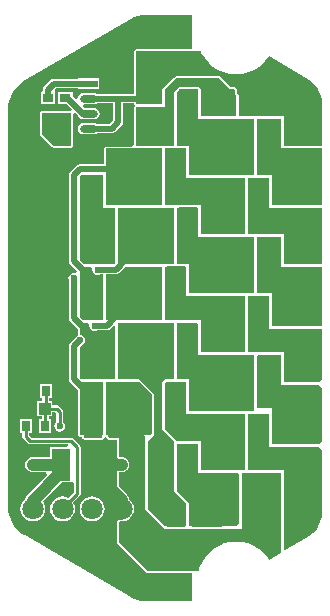
<source format=gtl>
G04 Layer_Physical_Order=1*
G04 Layer_Color=255*
%FSLAX25Y25*%
%MOIN*%
G70*
G01*
G75*
G04:AMPARAMS|DCode=10|XSize=61.02mil|YSize=82.68mil|CornerRadius=7.63mil|HoleSize=0mil|Usage=FLASHONLY|Rotation=0.000|XOffset=0mil|YOffset=0mil|HoleType=Round|Shape=RoundedRectangle|*
%AMROUNDEDRECTD10*
21,1,0.06102,0.06742,0,0,0.0*
21,1,0.04577,0.08268,0,0,0.0*
1,1,0.01526,0.02288,-0.03371*
1,1,0.01526,-0.02288,-0.03371*
1,1,0.01526,-0.02288,0.03371*
1,1,0.01526,0.02288,0.03371*
%
%ADD10ROUNDEDRECTD10*%
G04:AMPARAMS|DCode=11|XSize=108.27mil|YSize=82.68mil|CornerRadius=10.34mil|HoleSize=0mil|Usage=FLASHONLY|Rotation=180.000|XOffset=0mil|YOffset=0mil|HoleType=Round|Shape=RoundedRectangle|*
%AMROUNDEDRECTD11*
21,1,0.10827,0.06201,0,0,180.0*
21,1,0.08760,0.08268,0,0,180.0*
1,1,0.02067,-0.04380,0.03100*
1,1,0.02067,0.04380,0.03100*
1,1,0.02067,0.04380,-0.03100*
1,1,0.02067,-0.04380,-0.03100*
%
%ADD11ROUNDEDRECTD11*%
%ADD12R,0.03937X0.03937*%
%ADD13R,0.06299X0.10630*%
%ADD14R,0.06000X0.02400*%
%ADD15O,0.06000X0.02400*%
%ADD16R,0.03543X0.02756*%
%ADD17R,0.02756X0.03543*%
%ADD18C,0.01969*%
%ADD19C,0.01000*%
%ADD20C,0.03937*%
%ADD21C,0.07087*%
%ADD22C,0.02362*%
%ADD23C,0.03150*%
G36*
X60458Y196303D02*
Y196299D01*
X62008Y196177D01*
Y184774D01*
X43307Y184774D01*
X42855Y184587D01*
X42668Y184135D01*
Y169914D01*
X30037D01*
X29916Y169995D01*
X29217Y170134D01*
X25617D01*
X24919Y169995D01*
X24326Y169599D01*
X23931Y169007D01*
X23835Y168526D01*
X23226Y168239D01*
X23031Y168216D01*
X22047Y169200D01*
Y170579D01*
X17323D01*
Y166642D01*
X20064D01*
X21851Y164854D01*
X21525Y164067D01*
X17323D01*
Y164025D01*
X16142D01*
Y164067D01*
X11417D01*
Y163862D01*
X11359Y163838D01*
X11172Y163386D01*
Y156496D01*
X11359Y156044D01*
X11359Y156044D01*
X15296Y152107D01*
X15748Y151920D01*
X21654D01*
X22106Y152107D01*
X22293Y152559D01*
Y163299D01*
X22514Y163477D01*
X23020Y163685D01*
X23890Y162816D01*
X23931Y162610D01*
X24326Y162018D01*
X24919Y161622D01*
X25617Y161483D01*
X29217D01*
X29916Y161622D01*
X30508Y162018D01*
X30904Y162610D01*
X31043Y163309D01*
X30904Y164007D01*
X30508Y164599D01*
X29916Y164995D01*
X29217Y165134D01*
X26113D01*
X25525Y165723D01*
X25534Y165798D01*
X25878Y166483D01*
X29217D01*
X29916Y166622D01*
X30037Y166703D01*
X35654D01*
Y161178D01*
X34390Y159914D01*
X30037D01*
X29916Y159995D01*
X29217Y160134D01*
X25617D01*
X24919Y159995D01*
X24326Y159599D01*
X23931Y159007D01*
X23792Y158308D01*
X23931Y157610D01*
X24326Y157018D01*
X24919Y156622D01*
X25617Y156483D01*
X29217D01*
X29916Y156622D01*
X30037Y156703D01*
X35055D01*
X35055Y156703D01*
X35670Y156825D01*
X36191Y157173D01*
X38395Y159378D01*
X38395Y159378D01*
X38743Y159899D01*
X38866Y160513D01*
Y166703D01*
X42668D01*
Y166419D01*
X42841Y165927D01*
X42668Y165434D01*
Y152986D01*
X42023Y152294D01*
X33323D01*
X32871Y152107D01*
X32684Y151655D01*
Y146371D01*
X24465D01*
X24465Y146371D01*
X23850Y146249D01*
X23329Y145900D01*
X21361Y143932D01*
X21013Y143411D01*
X20890Y142797D01*
X20890Y142797D01*
Y114253D01*
X20890Y114253D01*
X21013Y113639D01*
X21361Y113118D01*
X23330Y111148D01*
X23400Y110913D01*
X23221Y110144D01*
X23038Y110046D01*
X22496Y110154D01*
X21805Y110017D01*
X21219Y109625D01*
X20827Y109039D01*
X20690Y108348D01*
X20827Y107657D01*
X20890Y107562D01*
Y95053D01*
X20890Y95052D01*
X21013Y94438D01*
X21361Y93917D01*
X23825Y91452D01*
Y89485D01*
X23835Y89462D01*
X23773Y89347D01*
X23187Y88956D01*
X22796Y88370D01*
X22773Y88258D01*
X21361Y86845D01*
X21013Y86325D01*
X20890Y85710D01*
X20890Y85710D01*
Y74883D01*
X20890Y74883D01*
X21013Y74269D01*
X21361Y73748D01*
X23825Y71283D01*
Y56102D01*
X24013Y55650D01*
X24465Y55463D01*
X25285D01*
X25330Y55236D01*
X25630Y54789D01*
X26077Y54489D01*
X26605Y54384D01*
X31182D01*
X31710Y54489D01*
X32158Y54789D01*
X32377Y55116D01*
X32500Y55249D01*
X33179Y55458D01*
X33478Y55309D01*
X33776Y54864D01*
X34313Y54505D01*
X34947Y54379D01*
X36762D01*
X36762Y48841D01*
X36950Y48389D01*
X37402Y48202D01*
X38344D01*
X38887Y48130D01*
X39354Y47937D01*
X39755Y47629D01*
X40063Y47228D01*
X40256Y46761D01*
X40322Y46260D01*
X40256Y45759D01*
X40063Y45292D01*
X39755Y44891D01*
X39354Y44583D01*
X38887Y44389D01*
X38344Y44318D01*
X37402D01*
X36950Y44131D01*
X36762Y43679D01*
X36762Y39083D01*
X36950Y38631D01*
X39729Y35852D01*
X40063Y35417D01*
X40256Y34950D01*
X40293Y34674D01*
X40293Y34674D01*
X40537Y34250D01*
X40878Y33988D01*
X41438Y33259D01*
X41791Y32408D01*
X41911Y31496D01*
X41791Y30584D01*
X41438Y29734D01*
X40878Y29004D01*
X40148Y28444D01*
X39298Y28091D01*
X38386Y27971D01*
X37861Y28040D01*
X37839Y28035D01*
X37819Y28045D01*
X37606Y27972D01*
X37388Y27914D01*
X37377Y27894D01*
X37356Y27887D01*
X36980Y27558D01*
X36970Y27538D01*
X36950Y27529D01*
X36863Y27321D01*
X36764Y27119D01*
X36771Y27098D01*
X36762Y27077D01*
X36762Y20607D01*
X36950Y20155D01*
X46818Y10288D01*
X47270Y10100D01*
X62008D01*
Y833D01*
X60458Y711D01*
Y708D01*
X60458Y708D01*
X47102D01*
X47102Y708D01*
Y711D01*
X45353Y849D01*
X43648Y1258D01*
X42027Y1930D01*
X41528Y2236D01*
X41511Y2206D01*
X6078Y22663D01*
X6095Y22693D01*
X5098Y23304D01*
X3764Y24443D01*
X2624Y25777D01*
X1708Y27273D01*
X1037Y28894D01*
X627Y30599D01*
X489Y32348D01*
X486D01*
X486Y32348D01*
Y164662D01*
X486Y164662D01*
X489D01*
X627Y166411D01*
X1037Y168117D01*
X1708Y169738D01*
X2624Y171234D01*
X3764Y172568D01*
X5098Y173707D01*
X6095Y174318D01*
X6095Y174318D01*
X6095Y174318D01*
X6107Y174364D01*
X41511Y194805D01*
X41528Y194775D01*
X42027Y195081D01*
X43648Y195752D01*
X45353Y196162D01*
X47102Y196299D01*
Y196303D01*
X47102Y196303D01*
X60458D01*
X60458Y196303D01*
D02*
G37*
G36*
X76630Y169433D02*
X76630Y162482D01*
X64819D01*
Y171340D01*
X63915Y172244D01*
X57849D01*
X57674Y172069D01*
X57573Y172049D01*
X57126Y171750D01*
X56827Y171302D01*
X56807Y171202D01*
X55961Y170356D01*
X55961Y152639D01*
X43307D01*
Y165434D01*
X53008D01*
X53008Y171340D01*
X56865Y175197D01*
X70866D01*
X76630Y169433D01*
D02*
G37*
G36*
X65030Y183425D02*
X66091Y181694D01*
X67409Y180149D01*
X68954Y178831D01*
X70685Y177769D01*
X72561Y176992D01*
X74536Y176518D01*
X76560Y176359D01*
X77614Y176442D01*
X77614Y176442D01*
Y176442D01*
X78585Y176518D01*
X80560Y176992D01*
X82436Y177769D01*
X84167Y178831D01*
X85711Y180149D01*
X87030Y181694D01*
X87482Y182431D01*
X99938Y175239D01*
X99921Y175209D01*
X100918Y174599D01*
X102252Y173459D01*
X103391Y172125D01*
X104308Y170630D01*
X104979Y169009D01*
X105173Y168201D01*
Y152639D01*
X92378D01*
Y162482D01*
X77614D01*
Y169433D01*
X76859Y170189D01*
Y170503D01*
X76733Y171137D01*
X76374Y171674D01*
X75836Y172033D01*
X75203Y172159D01*
X74888D01*
X71770Y175277D01*
X71690D01*
X71318Y175649D01*
X70866Y175836D01*
X56865D01*
X56413Y175649D01*
X56041Y175277D01*
X55961D01*
X52024Y171340D01*
Y166419D01*
X43307Y166419D01*
Y184135D01*
X64735Y184135D01*
X65030Y183425D01*
D02*
G37*
G36*
X21654Y152559D02*
X15748D01*
X11811Y156496D01*
X11811D01*
Y163386D01*
X21654D01*
Y152559D01*
D02*
G37*
G36*
X63835Y171340D02*
Y161497D01*
X82535D01*
Y142797D01*
X60882D01*
Y152639D01*
X56945D01*
Y170356D01*
X57929Y171340D01*
X63835Y171340D01*
D02*
G37*
G36*
X91394Y151655D02*
X105173D01*
Y132954D01*
X88441D01*
Y142797D01*
X83520D01*
Y161497D01*
X91394D01*
Y151655D01*
D02*
G37*
G36*
X52024Y132954D02*
X33323D01*
Y151655D01*
X52024D01*
Y132954D01*
D02*
G37*
G36*
X59898Y141812D02*
X79583D01*
Y123112D01*
X64819D01*
Y132954D01*
X53008D01*
Y151655D01*
X59898D01*
Y141812D01*
D02*
G37*
G36*
X87457Y131970D02*
X105173D01*
Y113269D01*
X92378D01*
Y123112D01*
X80567D01*
Y141812D01*
X87457D01*
Y131970D01*
D02*
G37*
G36*
X55961Y113269D02*
X37260D01*
Y131970D01*
X55961D01*
Y113269D01*
D02*
G37*
G36*
X32339Y131970D02*
X36276D01*
Y113473D01*
X36072Y113269D01*
X25751D01*
X24465Y114556D01*
Y142494D01*
X24767Y142797D01*
X32339D01*
Y131970D01*
D02*
G37*
G36*
X52024Y94568D02*
X33323D01*
Y109695D01*
X36374D01*
X36374Y109695D01*
X36887Y109797D01*
X36988Y109817D01*
X37509Y110165D01*
X39629Y112285D01*
X52024D01*
Y94568D01*
D02*
G37*
G36*
X63835Y122127D02*
X82535D01*
Y103427D01*
X60882D01*
Y113269D01*
X56945D01*
Y131970D01*
X63835D01*
Y122127D01*
D02*
G37*
G36*
X28660Y111785D02*
X28564Y111301D01*
X28701Y110609D01*
X29093Y110023D01*
X29679Y109632D01*
X30370Y109494D01*
X31061Y109632D01*
X31156Y109695D01*
X32339D01*
Y94568D01*
X25251D01*
X24465Y95355D01*
Y112285D01*
X28341D01*
X28660Y111785D01*
D02*
G37*
G36*
X91394Y112285D02*
X105173D01*
Y92600D01*
X88441D01*
Y103427D01*
X83520D01*
Y122127D01*
X91394D01*
Y112285D01*
D02*
G37*
G36*
X59898Y102442D02*
X79583D01*
Y83741D01*
X64819D01*
Y94568D01*
X53008D01*
Y112285D01*
X59898D01*
Y102442D01*
D02*
G37*
G36*
X27676Y93084D02*
X27580Y92600D01*
X27717Y91909D01*
X28109Y91322D01*
X28695Y90931D01*
X29386Y90793D01*
X30077Y90931D01*
X30172Y90994D01*
X33421D01*
X33421Y90994D01*
X34036Y91116D01*
X34557Y91464D01*
X35835Y92743D01*
X36276Y92476D01*
Y74883D01*
X24767D01*
X24465Y75186D01*
Y85408D01*
X25044Y85988D01*
X25156Y86010D01*
X25742Y86401D01*
X26133Y86987D01*
X26271Y87678D01*
X26133Y88370D01*
X25742Y88956D01*
X25156Y89347D01*
X24465Y89485D01*
Y93584D01*
X27357D01*
X27676Y93084D01*
D02*
G37*
G36*
X87457Y91615D02*
X105173D01*
Y74883D01*
X104189Y73899D01*
X92378D01*
Y83741D01*
X80567D01*
Y102442D01*
X87457D01*
Y91615D01*
D02*
G37*
G36*
X63835Y93230D02*
X63835Y82757D01*
X82535Y82757D01*
Y64056D01*
X60882D01*
Y74883D01*
X56945D01*
Y93584D01*
X63481D01*
X63835Y93230D01*
D02*
G37*
G36*
X48382Y69667D02*
Y56478D01*
X48006Y56102D01*
X33323D01*
Y73899D01*
X44150Y73899D01*
X48382Y69667D01*
D02*
G37*
G36*
X32339Y56102D02*
X24465D01*
Y73899D01*
X32339D01*
Y56102D01*
D02*
G37*
G36*
X91394Y82757D02*
Y72915D01*
X104189Y72915D01*
X105173Y71930D01*
Y54214D01*
X104189Y53230D01*
X88441D01*
Y65041D01*
X83520D01*
X83520Y82404D01*
X83873Y82757D01*
X91394Y82757D01*
D02*
G37*
G36*
X59898Y63072D02*
X79583D01*
Y44371D01*
X64819D01*
Y54214D01*
X56945D01*
X53008Y58151D01*
X53008Y73545D01*
X53361Y73899D01*
X59898D01*
Y63072D01*
D02*
G37*
G36*
X46118Y55749D02*
X46118Y31576D01*
X53008Y24686D01*
X78598Y24686D01*
Y43387D01*
X91394D01*
Y17797D01*
Y16838D01*
X87525Y14605D01*
X87100Y15300D01*
X85781Y16844D01*
X84237Y18163D01*
X82505Y19224D01*
X80629Y20001D01*
X78654Y20475D01*
X76630Y20634D01*
X74605Y20475D01*
X72631Y20001D01*
X70755Y19224D01*
X69023Y18163D01*
X67479Y16844D01*
X66160Y15300D01*
X65099Y13568D01*
X64322Y11692D01*
X64093Y10740D01*
X47270D01*
X37402Y20607D01*
X37402Y27077D01*
X37777Y27407D01*
X38386Y27327D01*
X39465Y27469D01*
X40471Y27885D01*
X41334Y28548D01*
X41997Y29411D01*
X42413Y30417D01*
X42555Y31496D01*
X42413Y32575D01*
X41997Y33581D01*
X41334Y34444D01*
X40926Y34757D01*
X40879Y35117D01*
X40621Y35739D01*
X40211Y36274D01*
X37402Y39083D01*
X37402Y43679D01*
X38386D01*
X39054Y43767D01*
X39676Y44025D01*
X40211Y44435D01*
X40621Y44969D01*
X40879Y45592D01*
X40967Y46260D01*
X40879Y46928D01*
X40621Y47550D01*
X40211Y48085D01*
X39676Y48495D01*
X39054Y48753D01*
X38386Y48841D01*
X37402D01*
X37402Y56102D01*
X45765Y56102D01*
X46118Y55749D01*
D02*
G37*
G36*
X55961Y93584D02*
X55961Y74883D01*
X53008D01*
X52024Y73899D01*
Y58151D01*
X55961Y54214D01*
Y37482D01*
X59898Y33545D01*
Y25671D01*
X53008D01*
X47102Y31576D01*
X47102Y54214D01*
X49071Y56182D01*
Y69962D01*
X44150Y74883D01*
X37260D01*
Y93584D01*
X55961Y93584D01*
D02*
G37*
G36*
X63835Y43387D02*
X77261Y43387D01*
X77614Y43034D01*
Y26655D01*
X76630Y25671D01*
X61235Y25670D01*
X60882Y26024D01*
Y33544D01*
X56945Y37481D01*
Y53229D01*
X63834D01*
X63835Y43387D01*
D02*
G37*
G36*
X87457Y52245D02*
X104189D01*
X105173Y51261D01*
Y28810D01*
X104979Y28002D01*
X104308Y26381D01*
X103391Y24885D01*
X102252Y23551D01*
X100918Y22412D01*
X99921Y21801D01*
X99938Y21772D01*
X92811Y17657D01*
X92378Y17907D01*
Y44372D01*
X80567D01*
Y45356D01*
Y63072D01*
X87457D01*
Y52245D01*
D02*
G37*
%LPC*%
G36*
X31008Y175099D02*
X23827D01*
Y174914D01*
X15828D01*
X15828Y174914D01*
X15214Y174792D01*
X14693Y174444D01*
X12644Y172395D01*
X12296Y171874D01*
X12174Y171260D01*
X11869Y170579D01*
X11417D01*
Y166642D01*
X16142D01*
Y170579D01*
X16142D01*
X16152Y171362D01*
X16493Y171703D01*
X23827D01*
Y171518D01*
X31008D01*
Y175099D01*
D02*
G37*
G36*
X15067Y73228D02*
X11130D01*
Y68504D01*
X11987D01*
Y67520D01*
X10146D01*
Y62402D01*
X11845D01*
Y61497D01*
X10988D01*
Y56773D01*
X14925D01*
Y61497D01*
X14069D01*
Y62402D01*
X15264D01*
Y63849D01*
X16272D01*
X16605Y63516D01*
Y60443D01*
X16439Y60332D01*
X16048Y59746D01*
X15910Y59055D01*
X16048Y58364D01*
X16439Y57778D01*
X17025Y57386D01*
X17717Y57249D01*
X18408Y57386D01*
X18994Y57778D01*
X19385Y58364D01*
X19523Y59055D01*
X19385Y59746D01*
X18994Y60332D01*
X18828Y60443D01*
Y63976D01*
X18828Y63976D01*
X18744Y64402D01*
X18503Y64763D01*
X17518Y65747D01*
X17158Y65988D01*
X16732Y66073D01*
X16732Y66073D01*
X15264D01*
Y67520D01*
X14210D01*
Y68504D01*
X15067D01*
Y73228D01*
D02*
G37*
G36*
X8413Y61497D02*
X4476D01*
Y56773D01*
X5333D01*
Y55563D01*
X5333Y55563D01*
X5418Y55137D01*
X5659Y54777D01*
X7088Y53348D01*
X7448Y53107D01*
X7874Y53022D01*
X20438D01*
X20485Y52953D01*
X20064Y52165D01*
X14370D01*
Y48841D01*
X8858D01*
X8190Y48753D01*
X7568Y48495D01*
X7033Y48085D01*
X6623Y47550D01*
X6365Y46928D01*
X6277Y46260D01*
X6365Y45592D01*
X6623Y44969D01*
X7033Y44435D01*
X7568Y44025D01*
X8190Y43767D01*
X8858Y43679D01*
X13324D01*
X13650Y42891D01*
X6891Y36132D01*
X6481Y35598D01*
X6223Y34975D01*
X6181Y34652D01*
X5910Y34444D01*
X5247Y33581D01*
X4831Y32575D01*
X4689Y31496D01*
X4831Y30417D01*
X5247Y29411D01*
X5910Y28548D01*
X6774Y27885D01*
X7779Y27469D01*
X8858Y27327D01*
X9937Y27469D01*
X10943Y27885D01*
X11807Y28548D01*
X12469Y29411D01*
X12886Y30417D01*
X13028Y31496D01*
X12886Y32575D01*
X12469Y33581D01*
X12109Y34050D01*
X18414Y40354D01*
X21723D01*
X21850Y40354D01*
X22510Y40046D01*
Y37100D01*
X20596Y35186D01*
X19780Y35524D01*
X18701Y35666D01*
X17622Y35524D01*
X16616Y35107D01*
X15753Y34444D01*
X15090Y33581D01*
X14673Y32575D01*
X14531Y31496D01*
X14673Y30417D01*
X15090Y29411D01*
X15753Y28548D01*
X16616Y27885D01*
X17622Y27469D01*
X18701Y27327D01*
X19780Y27469D01*
X20786Y27885D01*
X21649Y28548D01*
X22312Y29411D01*
X22728Y30417D01*
X22870Y31496D01*
X22728Y32575D01*
X22312Y33581D01*
X22235Y33680D01*
X24408Y35853D01*
X24408Y35853D01*
X24649Y36214D01*
X24734Y36639D01*
Y52165D01*
X24649Y52591D01*
X24408Y52952D01*
X24408Y52952D01*
X22440Y54920D01*
X22079Y55161D01*
X21654Y55246D01*
X21654Y55246D01*
X8335D01*
X7595Y55986D01*
X7648Y56773D01*
X8413D01*
Y61497D01*
D02*
G37*
G36*
X28543Y35666D02*
X27464Y35524D01*
X26459Y35107D01*
X25595Y34444D01*
X24932Y33581D01*
X24516Y32575D01*
X24374Y31496D01*
X24516Y30417D01*
X24932Y29411D01*
X25595Y28548D01*
X26459Y27885D01*
X27464Y27469D01*
X28543Y27327D01*
X29623Y27469D01*
X30628Y27885D01*
X31492Y28548D01*
X32154Y29411D01*
X32571Y30417D01*
X32713Y31496D01*
X32571Y32575D01*
X32154Y33581D01*
X31492Y34444D01*
X30628Y35107D01*
X29623Y35524D01*
X28543Y35666D01*
D02*
G37*
%LPD*%
D10*
X87949Y157560D02*
D03*
X84012Y137875D02*
D03*
X87949Y118190D02*
D03*
X84012Y98505D02*
D03*
X87949Y78820D02*
D03*
X84012Y59135D02*
D03*
X87949Y39450D02*
D03*
X28894Y59135D02*
D03*
Y98505D02*
D03*
Y137875D02*
D03*
X60390Y167403D02*
D03*
X56453Y147718D02*
D03*
X60390Y128033D02*
D03*
X56453Y108348D02*
D03*
X60390Y88663D02*
D03*
X56453Y68978D02*
D03*
X60390Y49293D02*
D03*
X56453Y29608D02*
D03*
X32831Y78820D02*
D03*
Y118190D02*
D03*
D11*
X98382Y157560D02*
D03*
X94445Y137875D02*
D03*
X98382Y118190D02*
D03*
X94445Y98505D02*
D03*
X98382Y78820D02*
D03*
X94445Y59135D02*
D03*
X98382Y39450D02*
D03*
X39327Y59135D02*
D03*
Y98505D02*
D03*
Y137875D02*
D03*
X70823Y167403D02*
D03*
X66886Y147718D02*
D03*
X70823Y128033D02*
D03*
X66886Y108348D02*
D03*
X70823Y88663D02*
D03*
X66886Y68978D02*
D03*
X70823Y49293D02*
D03*
X66886Y29608D02*
D03*
X43264Y78820D02*
D03*
Y118190D02*
D03*
D12*
X12705Y64961D02*
D03*
X6980D02*
D03*
D13*
X29134Y46260D02*
D03*
X18110D02*
D03*
D14*
X27417Y173309D02*
D03*
D15*
Y168308D02*
D03*
Y163309D02*
D03*
Y158308D02*
D03*
X48917Y173309D02*
D03*
Y168308D02*
D03*
Y163309D02*
D03*
Y158308D02*
D03*
D16*
X13780Y162098D02*
D03*
Y168610D02*
D03*
X19685Y162098D02*
D03*
Y168610D02*
D03*
D17*
X6587Y70866D02*
D03*
X13098D02*
D03*
X6445Y59135D02*
D03*
X12957D02*
D03*
D18*
X15828Y173309D02*
X27417D01*
X13780Y171260D02*
X15828Y173309D01*
X13780Y168610D02*
Y171260D01*
X19685Y168610D02*
X20366D01*
X25668Y163309D01*
X27417D01*
X22496Y95052D02*
X27167Y90381D01*
X22496Y95052D02*
Y108348D01*
X33421Y92600D02*
X39327Y98505D01*
X29386Y92600D02*
X33421D01*
X22496Y74883D02*
X27417Y69962D01*
X22496Y74883D02*
Y85710D01*
X24465Y87678D01*
X36374Y111301D02*
X43264Y118190D01*
X30370Y111301D02*
X36374D01*
X37260Y168308D02*
X48917D01*
X27417D02*
X37260D01*
Y160513D02*
Y168308D01*
X35055Y158308D02*
X37260Y160513D01*
X27417Y158308D02*
X35055D01*
X24465Y144765D02*
X35291D01*
X22496Y142797D02*
X24465Y144765D01*
X22496Y114253D02*
Y142797D01*
Y114253D02*
X25449Y111301D01*
X25449D02*
X27417Y109332D01*
D19*
X6587Y65354D02*
X6980Y64961D01*
X6587Y65354D02*
Y70866D01*
X12705Y64961D02*
X13098Y65354D01*
Y70866D01*
X12705Y64961D02*
X12957Y64709D01*
Y59135D02*
Y64709D01*
X17717Y59055D02*
Y63976D01*
X16732Y64961D02*
X17717Y63976D01*
X12705Y64961D02*
X16732D01*
X6445Y55563D02*
Y59135D01*
Y55563D02*
X7874Y54134D01*
X21654D01*
X23622Y52165D01*
Y36639D02*
Y52165D01*
X18559Y31576D02*
X23622Y36639D01*
X27417Y99982D02*
Y100474D01*
Y99982D02*
X28894Y98505D01*
X25449Y111301D02*
X25449D01*
D20*
X29134Y46260D02*
X38386D01*
X29134Y43701D02*
Y46260D01*
Y43701D02*
X38386Y34449D01*
X38244Y34307D02*
X38386Y34449D01*
X38244Y31576D02*
Y34307D01*
X8858Y46260D02*
X18110D01*
Y43701D02*
Y46260D01*
X8716Y34307D02*
X18110Y43701D01*
X8716Y31576D02*
Y34307D01*
D21*
X8858Y31496D02*
D03*
X18701D02*
D03*
X28543D02*
D03*
X38386D02*
D03*
D22*
X21654Y62992D02*
D03*
X19685Y68898D02*
D03*
X47244Y187008D02*
D03*
X59055D02*
D03*
X18701Y137795D02*
D03*
Y129921D02*
D03*
Y118110D02*
D03*
Y106299D02*
D03*
Y94488D02*
D03*
Y80709D02*
D03*
X27559Y21654D02*
D03*
X59055Y3937D02*
D03*
X47244D02*
D03*
X35433Y9843D02*
D03*
X21654Y15748D02*
D03*
X9843Y23622D02*
D03*
X3937Y41339D02*
D03*
Y68898D02*
D03*
Y80709D02*
D03*
Y94488D02*
D03*
Y106299D02*
D03*
Y118110D02*
D03*
Y129921D02*
D03*
Y141732D02*
D03*
Y155512D02*
D03*
X5906Y171260D02*
D03*
X17717Y179134D02*
D03*
X31496Y187008D02*
D03*
X47244Y192913D02*
D03*
X59055D02*
D03*
X19685Y155512D02*
D03*
X15748D02*
D03*
X66787Y165434D02*
D03*
Y169371D02*
D03*
X70724D02*
D03*
Y165434D02*
D03*
X74661D02*
D03*
Y169371D02*
D03*
X61866Y165434D02*
D03*
Y169371D02*
D03*
X58913Y169371D02*
D03*
Y165434D02*
D03*
X70724Y173309D02*
D03*
X66787D02*
D03*
X54976Y16812D02*
D03*
X51039D02*
D03*
Y20749D02*
D03*
X54976D02*
D03*
Y12875D02*
D03*
X51039D02*
D03*
X81551Y37482D02*
D03*
Y41419D02*
D03*
X89425D02*
D03*
X85488D02*
D03*
Y37482D02*
D03*
X89425D02*
D03*
X34307Y76852D02*
D03*
Y80789D02*
D03*
X31354D02*
D03*
Y76852D02*
D03*
X47102Y88663D02*
D03*
X43165D02*
D03*
X39228D02*
D03*
X47102Y84726D02*
D03*
X39228D02*
D03*
X43165D02*
D03*
X47102Y80789D02*
D03*
Y76852D02*
D03*
X43165D02*
D03*
Y80789D02*
D03*
X39228D02*
D03*
Y76852D02*
D03*
X34307Y116222D02*
D03*
Y120159D02*
D03*
X31354D02*
D03*
Y116222D02*
D03*
X47102Y128033D02*
D03*
X43165D02*
D03*
X39228D02*
D03*
X47102Y124096D02*
D03*
X39228D02*
D03*
X43165D02*
D03*
X47102Y120159D02*
D03*
Y116222D02*
D03*
X43165D02*
D03*
Y120159D02*
D03*
X39228D02*
D03*
Y116222D02*
D03*
X43165Y61104D02*
D03*
X39228D02*
D03*
X35291D02*
D03*
Y65041D02*
D03*
X39228D02*
D03*
X43165D02*
D03*
X35291Y68978D02*
D03*
X39228D02*
D03*
X43165D02*
D03*
X47102D02*
D03*
Y65041D02*
D03*
Y61104D02*
D03*
X27417D02*
D03*
X30370D02*
D03*
X35291Y96537D02*
D03*
X39228D02*
D03*
X43165D02*
D03*
Y100474D02*
D03*
X39228D02*
D03*
X35291D02*
D03*
Y104411D02*
D03*
X39228D02*
D03*
X43165D02*
D03*
X35291Y108348D02*
D03*
X39228D02*
D03*
X43165D02*
D03*
X47102D02*
D03*
Y104411D02*
D03*
Y100474D02*
D03*
Y96537D02*
D03*
X27417Y100474D02*
D03*
X30370D02*
D03*
X27417Y96537D02*
D03*
X30370D02*
D03*
X35291Y135907D02*
D03*
X39228D02*
D03*
X43165D02*
D03*
Y139844D02*
D03*
X39228D02*
D03*
X35291D02*
D03*
Y143781D02*
D03*
X39228D02*
D03*
X43165D02*
D03*
X35291Y147718D02*
D03*
X39228D02*
D03*
X43165D02*
D03*
X47102D02*
D03*
Y143781D02*
D03*
Y139844D02*
D03*
Y135907D02*
D03*
X27417Y139844D02*
D03*
X30370D02*
D03*
X27417Y135907D02*
D03*
X30370D02*
D03*
X89425Y155592D02*
D03*
X86472D02*
D03*
X89425Y159529D02*
D03*
X86472D02*
D03*
X85488Y135907D02*
D03*
X82535D02*
D03*
X85488Y139844D02*
D03*
X82535D02*
D03*
X89425Y116222D02*
D03*
X86472D02*
D03*
X89425Y120159D02*
D03*
X86472D02*
D03*
X85488Y96537D02*
D03*
X82535D02*
D03*
X85488Y100474D02*
D03*
X82535D02*
D03*
X89425Y76852D02*
D03*
X86472D02*
D03*
X89425Y80789D02*
D03*
X86472D02*
D03*
X85488Y57167D02*
D03*
X82535D02*
D03*
X85488Y61104D02*
D03*
X82535D02*
D03*
X57929Y27639D02*
D03*
Y31576D02*
D03*
X57929Y67009D02*
D03*
Y70946D02*
D03*
X57929Y106379D02*
D03*
Y110316D02*
D03*
X57929Y145749D02*
D03*
Y149686D02*
D03*
X102220Y135907D02*
D03*
Y139844D02*
D03*
Y143781D02*
D03*
Y147718D02*
D03*
X98283D02*
D03*
X94346D02*
D03*
X90409D02*
D03*
X98283Y143781D02*
D03*
X94346D02*
D03*
X90409D02*
D03*
Y139844D02*
D03*
X94346D02*
D03*
X98283D02*
D03*
Y135907D02*
D03*
X94346D02*
D03*
X90409D02*
D03*
X102220Y167403D02*
D03*
X98283D02*
D03*
X94346D02*
D03*
X102220Y163466D02*
D03*
X94346D02*
D03*
X98283D02*
D03*
X102220Y159529D02*
D03*
Y155592D02*
D03*
X98283D02*
D03*
Y159529D02*
D03*
X94346D02*
D03*
Y155592D02*
D03*
X102220Y96537D02*
D03*
Y100474D02*
D03*
Y104411D02*
D03*
Y108348D02*
D03*
X98283D02*
D03*
X94346D02*
D03*
X90409D02*
D03*
X98283Y104411D02*
D03*
X94346D02*
D03*
X90409D02*
D03*
Y100474D02*
D03*
X94346D02*
D03*
X98283D02*
D03*
Y96537D02*
D03*
X94346D02*
D03*
X90409D02*
D03*
X102220Y128033D02*
D03*
X98283D02*
D03*
X94346D02*
D03*
X102220Y124096D02*
D03*
X94346D02*
D03*
X98283D02*
D03*
X102220Y120159D02*
D03*
Y116222D02*
D03*
X98283D02*
D03*
Y120159D02*
D03*
X94346D02*
D03*
Y116222D02*
D03*
Y76852D02*
D03*
Y80789D02*
D03*
X98283D02*
D03*
Y76852D02*
D03*
X102220D02*
D03*
Y80789D02*
D03*
X98283Y84726D02*
D03*
X94346D02*
D03*
X102220D02*
D03*
X94346Y88663D02*
D03*
X98283D02*
D03*
X102220D02*
D03*
X90409Y57167D02*
D03*
X94346D02*
D03*
X98283D02*
D03*
Y61104D02*
D03*
X94346D02*
D03*
X90409D02*
D03*
Y65041D02*
D03*
X94346D02*
D03*
X98283D02*
D03*
X90409Y68978D02*
D03*
X94346D02*
D03*
X98283D02*
D03*
X102220D02*
D03*
Y65041D02*
D03*
Y61104D02*
D03*
Y57167D02*
D03*
Y49293D02*
D03*
X98283D02*
D03*
X94346D02*
D03*
X102220Y45356D02*
D03*
X94346D02*
D03*
X98283D02*
D03*
X102220Y41419D02*
D03*
Y37482D02*
D03*
X98283D02*
D03*
Y41419D02*
D03*
X94346D02*
D03*
Y37482D02*
D03*
X58913Y51261D02*
D03*
X62850Y27639D02*
D03*
X66787D02*
D03*
X70724D02*
D03*
Y31576D02*
D03*
X66787D02*
D03*
X62850D02*
D03*
Y35513D02*
D03*
X66787D02*
D03*
X70724D02*
D03*
X62850Y39450D02*
D03*
X66787D02*
D03*
X61866Y51261D02*
D03*
Y47324D02*
D03*
X58913D02*
D03*
X74661Y31576D02*
D03*
Y27639D02*
D03*
X54976D02*
D03*
Y31576D02*
D03*
Y67009D02*
D03*
Y70946D02*
D03*
Y145749D02*
D03*
Y149686D02*
D03*
X70724Y157560D02*
D03*
X66787D02*
D03*
X62850D02*
D03*
X70724Y153623D02*
D03*
X66787D02*
D03*
X62850D02*
D03*
Y149686D02*
D03*
X66787D02*
D03*
X70724D02*
D03*
Y145749D02*
D03*
X66787D02*
D03*
X62850D02*
D03*
X74661D02*
D03*
Y149686D02*
D03*
Y153623D02*
D03*
Y157560D02*
D03*
X66787Y126064D02*
D03*
Y130001D02*
D03*
X70724D02*
D03*
Y126064D02*
D03*
X74661D02*
D03*
Y130001D02*
D03*
X70724Y133938D02*
D03*
X66787D02*
D03*
X74661D02*
D03*
X66787Y137875D02*
D03*
X70724D02*
D03*
X74661D02*
D03*
Y118190D02*
D03*
Y114253D02*
D03*
Y110316D02*
D03*
Y106379D02*
D03*
X66787Y47324D02*
D03*
Y51261D02*
D03*
X70724D02*
D03*
Y47324D02*
D03*
X74661D02*
D03*
Y51261D02*
D03*
X70724Y55198D02*
D03*
X66787D02*
D03*
X74661D02*
D03*
X66787Y59135D02*
D03*
X70724D02*
D03*
X74661D02*
D03*
Y67009D02*
D03*
Y70946D02*
D03*
Y74883D02*
D03*
Y78820D02*
D03*
X54976Y110316D02*
D03*
Y106379D02*
D03*
X74661Y98505D02*
D03*
X70724D02*
D03*
X66787D02*
D03*
X74661Y94568D02*
D03*
X66787D02*
D03*
X70724D02*
D03*
X74661Y90631D02*
D03*
Y86694D02*
D03*
X70724D02*
D03*
Y90631D02*
D03*
X66787D02*
D03*
Y86694D02*
D03*
X62850Y106379D02*
D03*
X66787D02*
D03*
X70724D02*
D03*
Y110316D02*
D03*
X66787D02*
D03*
X62850D02*
D03*
Y114253D02*
D03*
X66787D02*
D03*
X70724D02*
D03*
X58913Y126064D02*
D03*
Y130001D02*
D03*
X61866D02*
D03*
Y126064D02*
D03*
X62850Y118190D02*
D03*
X66787D02*
D03*
X70724D02*
D03*
Y78820D02*
D03*
X66787D02*
D03*
X62850D02*
D03*
X61866Y86694D02*
D03*
Y90631D02*
D03*
X58913D02*
D03*
Y86694D02*
D03*
X70724Y74883D02*
D03*
X66787D02*
D03*
X62850D02*
D03*
Y70946D02*
D03*
X66787D02*
D03*
X70724D02*
D03*
Y67009D02*
D03*
X66787D02*
D03*
X62850D02*
D03*
X17717Y59055D02*
D03*
X29386Y92600D02*
D03*
X24465Y87678D02*
D03*
X22496Y108348D02*
D03*
X30370Y111301D02*
D03*
D23*
X38386Y46260D02*
D03*
X8858D02*
D03*
M02*

</source>
